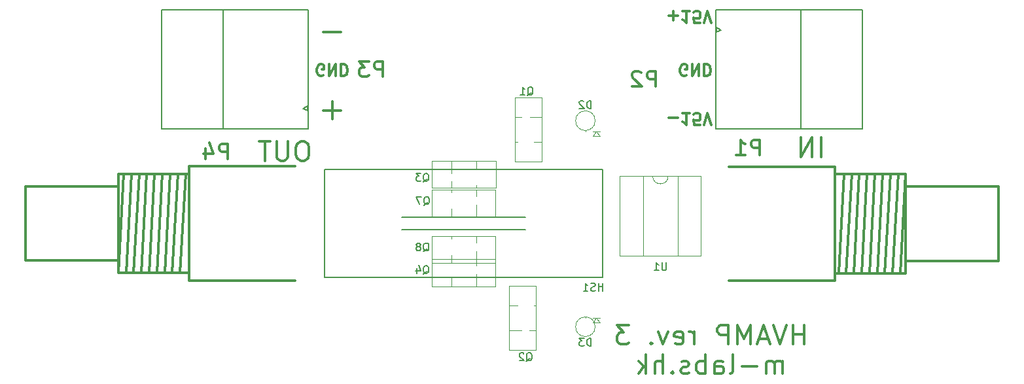
<source format=gbo>
G04 #@! TF.FileFunction,Legend,Bot*
%FSLAX46Y46*%
G04 Gerber Fmt 4.6, Leading zero omitted, Abs format (unit mm)*
G04 Created by KiCad (PCBNEW 4.0.2-stable) date 29/12/2017 06:51:54*
%MOMM*%
G01*
G04 APERTURE LIST*
%ADD10C,0.100000*%
%ADD11C,0.300000*%
%ADD12C,0.150000*%
%ADD13C,0.120000*%
G04 APERTURE END LIST*
D10*
D11*
X121031143Y-73140000D02*
X120888286Y-73211429D01*
X120674000Y-73211429D01*
X120459715Y-73140000D01*
X120316857Y-72997143D01*
X120245429Y-72854286D01*
X120174000Y-72568571D01*
X120174000Y-72354286D01*
X120245429Y-72068571D01*
X120316857Y-71925714D01*
X120459715Y-71782857D01*
X120674000Y-71711429D01*
X120816857Y-71711429D01*
X121031143Y-71782857D01*
X121102572Y-71854286D01*
X121102572Y-72354286D01*
X120816857Y-72354286D01*
X121745429Y-71711429D02*
X121745429Y-73211429D01*
X122602572Y-71711429D01*
X122602572Y-73211429D01*
X123316858Y-71711429D02*
X123316858Y-73211429D01*
X123674001Y-73211429D01*
X123888286Y-73140000D01*
X124031144Y-72997143D01*
X124102572Y-72854286D01*
X124174001Y-72568571D01*
X124174001Y-72354286D01*
X124102572Y-72068571D01*
X124031144Y-71925714D01*
X123888286Y-71782857D01*
X123674001Y-71711429D01*
X123316858Y-71711429D01*
X121031143Y-67524286D02*
X123316857Y-67524286D01*
X121031143Y-77684286D02*
X123316857Y-77684286D01*
X122174000Y-78827143D02*
X122174000Y-76541429D01*
X183219809Y-107942952D02*
X183219809Y-105442952D01*
X183219809Y-106633429D02*
X181791237Y-106633429D01*
X181791237Y-107942952D02*
X181791237Y-105442952D01*
X180957904Y-105442952D02*
X180124570Y-107942952D01*
X179291237Y-105442952D01*
X178576952Y-107228667D02*
X177386475Y-107228667D01*
X178815047Y-107942952D02*
X177981713Y-105442952D01*
X177148380Y-107942952D01*
X176315047Y-107942952D02*
X176315047Y-105442952D01*
X175481714Y-107228667D01*
X174648380Y-105442952D01*
X174648380Y-107942952D01*
X173457904Y-107942952D02*
X173457904Y-105442952D01*
X172505523Y-105442952D01*
X172267428Y-105562000D01*
X172148380Y-105681048D01*
X172029332Y-105919143D01*
X172029332Y-106276286D01*
X172148380Y-106514381D01*
X172267428Y-106633429D01*
X172505523Y-106752476D01*
X173457904Y-106752476D01*
X169053142Y-107942952D02*
X169053142Y-106276286D01*
X169053142Y-106752476D02*
X168934094Y-106514381D01*
X168815047Y-106395333D01*
X168576951Y-106276286D01*
X168338856Y-106276286D01*
X166553142Y-107823905D02*
X166791237Y-107942952D01*
X167267428Y-107942952D01*
X167505523Y-107823905D01*
X167624571Y-107585810D01*
X167624571Y-106633429D01*
X167505523Y-106395333D01*
X167267428Y-106276286D01*
X166791237Y-106276286D01*
X166553142Y-106395333D01*
X166434094Y-106633429D01*
X166434094Y-106871524D01*
X167624571Y-107109619D01*
X165600761Y-106276286D02*
X165005523Y-107942952D01*
X164410285Y-106276286D01*
X163457904Y-107704857D02*
X163338856Y-107823905D01*
X163457904Y-107942952D01*
X163576952Y-107823905D01*
X163457904Y-107704857D01*
X163457904Y-107942952D01*
X160600761Y-105442952D02*
X159053142Y-105442952D01*
X159886475Y-106395333D01*
X159529333Y-106395333D01*
X159291237Y-106514381D01*
X159172190Y-106633429D01*
X159053142Y-106871524D01*
X159053142Y-107466762D01*
X159172190Y-107704857D01*
X159291237Y-107823905D01*
X159529333Y-107942952D01*
X160243618Y-107942952D01*
X160481714Y-107823905D01*
X160600761Y-107704857D01*
X180481715Y-111742952D02*
X180481715Y-110076286D01*
X180481715Y-110314381D02*
X180362667Y-110195333D01*
X180124572Y-110076286D01*
X179767429Y-110076286D01*
X179529334Y-110195333D01*
X179410286Y-110433429D01*
X179410286Y-111742952D01*
X179410286Y-110433429D02*
X179291239Y-110195333D01*
X179053143Y-110076286D01*
X178696001Y-110076286D01*
X178457905Y-110195333D01*
X178338858Y-110433429D01*
X178338858Y-111742952D01*
X177148382Y-110790571D02*
X175243620Y-110790571D01*
X173696001Y-111742952D02*
X173934096Y-111623905D01*
X174053144Y-111385810D01*
X174053144Y-109242952D01*
X171672191Y-111742952D02*
X171672191Y-110433429D01*
X171791239Y-110195333D01*
X172029334Y-110076286D01*
X172505525Y-110076286D01*
X172743620Y-110195333D01*
X171672191Y-111623905D02*
X171910287Y-111742952D01*
X172505525Y-111742952D01*
X172743620Y-111623905D01*
X172862668Y-111385810D01*
X172862668Y-111147714D01*
X172743620Y-110909619D01*
X172505525Y-110790571D01*
X171910287Y-110790571D01*
X171672191Y-110671524D01*
X170481715Y-111742952D02*
X170481715Y-109242952D01*
X170481715Y-110195333D02*
X170243620Y-110076286D01*
X169767429Y-110076286D01*
X169529334Y-110195333D01*
X169410286Y-110314381D01*
X169291239Y-110552476D01*
X169291239Y-111266762D01*
X169410286Y-111504857D01*
X169529334Y-111623905D01*
X169767429Y-111742952D01*
X170243620Y-111742952D01*
X170481715Y-111623905D01*
X168338858Y-111623905D02*
X168100762Y-111742952D01*
X167624572Y-111742952D01*
X167386477Y-111623905D01*
X167267429Y-111385810D01*
X167267429Y-111266762D01*
X167386477Y-111028667D01*
X167624572Y-110909619D01*
X167981715Y-110909619D01*
X168219810Y-110790571D01*
X168338858Y-110552476D01*
X168338858Y-110433429D01*
X168219810Y-110195333D01*
X167981715Y-110076286D01*
X167624572Y-110076286D01*
X167386477Y-110195333D01*
X166196000Y-111504857D02*
X166076952Y-111623905D01*
X166196000Y-111742952D01*
X166315048Y-111623905D01*
X166196000Y-111504857D01*
X166196000Y-111742952D01*
X165005524Y-111742952D02*
X165005524Y-109242952D01*
X163934095Y-111742952D02*
X163934095Y-110433429D01*
X164053143Y-110195333D01*
X164291238Y-110076286D01*
X164648381Y-110076286D01*
X164886476Y-110195333D01*
X165005524Y-110314381D01*
X162743619Y-111742952D02*
X162743619Y-109242952D01*
X162505524Y-110790571D02*
X161791238Y-111742952D01*
X161791238Y-110076286D02*
X162743619Y-111028667D01*
X168021143Y-73140000D02*
X167878286Y-73211429D01*
X167664000Y-73211429D01*
X167449715Y-73140000D01*
X167306857Y-72997143D01*
X167235429Y-72854286D01*
X167164000Y-72568571D01*
X167164000Y-72354286D01*
X167235429Y-72068571D01*
X167306857Y-71925714D01*
X167449715Y-71782857D01*
X167664000Y-71711429D01*
X167806857Y-71711429D01*
X168021143Y-71782857D01*
X168092572Y-71854286D01*
X168092572Y-72354286D01*
X167806857Y-72354286D01*
X168735429Y-71711429D02*
X168735429Y-73211429D01*
X169592572Y-71711429D01*
X169592572Y-73211429D01*
X170306858Y-71711429D02*
X170306858Y-73211429D01*
X170664001Y-73211429D01*
X170878286Y-73140000D01*
X171021144Y-72997143D01*
X171092572Y-72854286D01*
X171164001Y-72568571D01*
X171164001Y-72354286D01*
X171092572Y-72068571D01*
X171021144Y-71925714D01*
X170878286Y-71782857D01*
X170664001Y-71711429D01*
X170306858Y-71711429D01*
X165759144Y-78632857D02*
X166902001Y-78632857D01*
X168402001Y-78061429D02*
X167544858Y-78061429D01*
X167973430Y-78061429D02*
X167973430Y-79561429D01*
X167830573Y-79347143D01*
X167687715Y-79204286D01*
X167544858Y-79132857D01*
X169759144Y-79561429D02*
X169044858Y-79561429D01*
X168973429Y-78847143D01*
X169044858Y-78918571D01*
X169187715Y-78990000D01*
X169544858Y-78990000D01*
X169687715Y-78918571D01*
X169759144Y-78847143D01*
X169830572Y-78704286D01*
X169830572Y-78347143D01*
X169759144Y-78204286D01*
X169687715Y-78132857D01*
X169544858Y-78061429D01*
X169187715Y-78061429D01*
X169044858Y-78132857D01*
X168973429Y-78204286D01*
X170259143Y-79561429D02*
X170759143Y-78061429D01*
X171259143Y-79561429D01*
X165759144Y-65424857D02*
X166902001Y-65424857D01*
X166330572Y-64853429D02*
X166330572Y-65996286D01*
X168402001Y-64853429D02*
X167544858Y-64853429D01*
X167973430Y-64853429D02*
X167973430Y-66353429D01*
X167830573Y-66139143D01*
X167687715Y-65996286D01*
X167544858Y-65924857D01*
X169759144Y-66353429D02*
X169044858Y-66353429D01*
X168973429Y-65639143D01*
X169044858Y-65710571D01*
X169187715Y-65782000D01*
X169544858Y-65782000D01*
X169687715Y-65710571D01*
X169759144Y-65639143D01*
X169830572Y-65496286D01*
X169830572Y-65139143D01*
X169759144Y-64996286D01*
X169687715Y-64924857D01*
X169544858Y-64853429D01*
X169187715Y-64853429D01*
X169044858Y-64924857D01*
X168973429Y-64996286D01*
X170259143Y-66353429D02*
X170759143Y-64853429D01*
X171259143Y-66353429D01*
X185459524Y-83680952D02*
X185459524Y-81180952D01*
X184269048Y-83680952D02*
X184269048Y-81180952D01*
X182840476Y-83680952D01*
X182840476Y-81180952D01*
X118578000Y-81688952D02*
X118101810Y-81688952D01*
X117863715Y-81808000D01*
X117625619Y-82046095D01*
X117506572Y-82522286D01*
X117506572Y-83355619D01*
X117625619Y-83831810D01*
X117863715Y-84069905D01*
X118101810Y-84188952D01*
X118578000Y-84188952D01*
X118816096Y-84069905D01*
X119054191Y-83831810D01*
X119173239Y-83355619D01*
X119173239Y-82522286D01*
X119054191Y-82046095D01*
X118816096Y-81808000D01*
X118578000Y-81688952D01*
X116435143Y-81688952D02*
X116435143Y-83712762D01*
X116316095Y-83950857D01*
X116197048Y-84069905D01*
X115958952Y-84188952D01*
X115482762Y-84188952D01*
X115244667Y-84069905D01*
X115125619Y-83950857D01*
X115006571Y-83712762D01*
X115006571Y-81688952D01*
X114173238Y-81688952D02*
X112744666Y-81688952D01*
X113458952Y-84188952D02*
X113458952Y-81688952D01*
D12*
X121202000Y-85316000D02*
X157202000Y-85316000D01*
X121202000Y-99316000D02*
X157202000Y-99316000D01*
X157202000Y-99316000D02*
X157202000Y-85316000D01*
X121202000Y-99316000D02*
X121202000Y-85316000D01*
X131202000Y-93116000D02*
X147202000Y-93116000D01*
X131202000Y-91516000D02*
X147202000Y-91516000D01*
D11*
X102502000Y-98716000D02*
X103202000Y-85916000D01*
X98502000Y-98716000D02*
X99202000Y-85916000D01*
X99502000Y-98716000D02*
X100202000Y-85916000D01*
X101502000Y-98716000D02*
X102202000Y-85916000D01*
X100502000Y-98716000D02*
X101202000Y-85916000D01*
X96502000Y-98716000D02*
X97202000Y-85916000D01*
X97502000Y-98716000D02*
X98202000Y-85916000D01*
X95502000Y-98716000D02*
X96202000Y-85916000D01*
X94502000Y-98716000D02*
X95202000Y-85916000D01*
X94502000Y-85916000D02*
X103702000Y-85916000D01*
X94502000Y-98716000D02*
X103702000Y-98716000D01*
X82502000Y-87516000D02*
X94502000Y-87516000D01*
X82502000Y-97116000D02*
X94502000Y-97116000D01*
X82502000Y-97116000D02*
X82502000Y-87516000D01*
X94502000Y-98716000D02*
X94502000Y-85916000D01*
X103702000Y-84916000D02*
X117402000Y-84916000D01*
X117402000Y-99716000D02*
X103702000Y-99716000D01*
X103702000Y-99716000D02*
X103702000Y-84916000D01*
D13*
X163655500Y-86173000D02*
G75*
G03X165655500Y-86173000I1000000J0D01*
G01*
X165655500Y-86173000D02*
X166905500Y-86173000D01*
X166905500Y-86173000D02*
X166905500Y-96453000D01*
X166905500Y-96453000D02*
X162405500Y-96453000D01*
X162405500Y-96453000D02*
X162405500Y-86173000D01*
X162405500Y-86173000D02*
X163655500Y-86173000D01*
X169905500Y-86113000D02*
X169905500Y-96513000D01*
X169905500Y-96513000D02*
X159405500Y-96513000D01*
X159405500Y-96513000D02*
X159405500Y-86113000D01*
X159405500Y-86113000D02*
X169905500Y-86113000D01*
D11*
X188402000Y-85929000D02*
X187702000Y-98729000D01*
X192402000Y-85929000D02*
X191702000Y-98729000D01*
X191402000Y-85929000D02*
X190702000Y-98729000D01*
X189402000Y-85929000D02*
X188702000Y-98729000D01*
X190402000Y-85929000D02*
X189702000Y-98729000D01*
X194402000Y-85929000D02*
X193702000Y-98729000D01*
X193402000Y-85929000D02*
X192702000Y-98729000D01*
X195402000Y-85929000D02*
X194702000Y-98729000D01*
X196402000Y-85929000D02*
X195702000Y-98729000D01*
X196402000Y-98729000D02*
X187202000Y-98729000D01*
X196402000Y-85929000D02*
X187202000Y-85929000D01*
X208402000Y-97129000D02*
X196402000Y-97129000D01*
X208402000Y-87529000D02*
X196402000Y-87529000D01*
X208402000Y-87529000D02*
X208402000Y-97129000D01*
X196402000Y-85929000D02*
X196402000Y-98729000D01*
X187202000Y-99729000D02*
X173502000Y-99729000D01*
X173502000Y-84929000D02*
X187202000Y-84929000D01*
X187202000Y-84929000D02*
X187202000Y-99729000D01*
D12*
X171815500Y-64626500D02*
X190815500Y-64626500D01*
X190815500Y-64626500D02*
X190815500Y-80026500D01*
X190815500Y-80026500D02*
X171815500Y-80026500D01*
X171815500Y-64626500D02*
X171815500Y-80026500D01*
X182815500Y-64626500D02*
X182815500Y-80026500D01*
X172515500Y-67246500D02*
X171915500Y-67546500D01*
X171915500Y-67546500D02*
X171915500Y-66946500D01*
X171915500Y-66946500D02*
X172515500Y-67246500D01*
X119078000Y-80026000D02*
X100078000Y-80026000D01*
X100078000Y-80026000D02*
X100078000Y-64626000D01*
X100078000Y-64626000D02*
X119078000Y-64626000D01*
X119078000Y-80026000D02*
X119078000Y-64626000D01*
X108078000Y-80026000D02*
X108078000Y-64626000D01*
X118378000Y-77406000D02*
X118978000Y-77106000D01*
X118978000Y-77106000D02*
X118978000Y-77706000D01*
X118978000Y-77706000D02*
X118378000Y-77406000D01*
D13*
X135082000Y-91436000D02*
X143322000Y-91436000D01*
X135082000Y-87946000D02*
X143322000Y-87946000D01*
X135082000Y-91436000D02*
X135082000Y-87946000D01*
X143322000Y-91436000D02*
X143322000Y-87946000D01*
X137602000Y-91436000D02*
X137602000Y-90366000D01*
X137602000Y-88266000D02*
X137602000Y-87946000D01*
X140803000Y-91436000D02*
X140803000Y-89856000D01*
X140803000Y-88776000D02*
X140803000Y-87946000D01*
X135082000Y-97436000D02*
X143322000Y-97436000D01*
X135082000Y-93946000D02*
X143322000Y-93946000D01*
X135082000Y-97436000D02*
X135082000Y-93946000D01*
X143322000Y-97436000D02*
X143322000Y-93946000D01*
X137602000Y-97436000D02*
X137602000Y-96366000D01*
X137602000Y-94266000D02*
X137602000Y-93946000D01*
X140803000Y-97436000D02*
X140803000Y-95856000D01*
X140803000Y-94776000D02*
X140803000Y-93946000D01*
X143337400Y-84196000D02*
X135097400Y-84196000D01*
X143337400Y-87686000D02*
X135097400Y-87686000D01*
X143337400Y-84196000D02*
X143337400Y-87686000D01*
X135097400Y-84196000D02*
X135097400Y-87686000D01*
X140817400Y-84196000D02*
X140817400Y-85266000D01*
X140817400Y-87366000D02*
X140817400Y-87686000D01*
X137616400Y-84196000D02*
X137616400Y-85776000D01*
X137616400Y-86856000D02*
X137616400Y-87686000D01*
X135082000Y-100436000D02*
X143322000Y-100436000D01*
X135082000Y-96946000D02*
X143322000Y-96946000D01*
X135082000Y-100436000D02*
X135082000Y-96946000D01*
X143322000Y-100436000D02*
X143322000Y-96946000D01*
X137602000Y-100436000D02*
X137602000Y-99366000D01*
X137602000Y-97266000D02*
X137602000Y-96946000D01*
X140803000Y-100436000D02*
X140803000Y-98856000D01*
X140803000Y-97776000D02*
X140803000Y-96946000D01*
X149322000Y-84257000D02*
X149322000Y-76017000D01*
X145832000Y-84257000D02*
X145832000Y-76017000D01*
X149322000Y-84257000D02*
X145832000Y-84257000D01*
X149322000Y-76017000D02*
X145832000Y-76017000D01*
X149322000Y-81737000D02*
X148252000Y-81737000D01*
X146152000Y-81737000D02*
X145832000Y-81737000D01*
X149322000Y-78536000D02*
X147742000Y-78536000D01*
X146662000Y-78536000D02*
X145832000Y-78536000D01*
X145073000Y-100401000D02*
X145073000Y-108641000D01*
X148563000Y-100401000D02*
X148563000Y-108641000D01*
X145073000Y-100401000D02*
X148563000Y-100401000D01*
X145073000Y-108641000D02*
X148563000Y-108641000D01*
X145073000Y-102921000D02*
X146143000Y-102921000D01*
X148243000Y-102921000D02*
X148563000Y-102921000D01*
X145073000Y-106122000D02*
X146653000Y-106122000D01*
X147733000Y-106122000D02*
X148563000Y-106122000D01*
X154940000Y-80260371D02*
X154940000Y-80434000D01*
X155920000Y-80391000D02*
X156809000Y-80391000D01*
X156364500Y-80391000D02*
X155920000Y-80983667D01*
X155920000Y-80983667D02*
X156809000Y-80983667D01*
X156809000Y-80983667D02*
X156364500Y-80391000D01*
X156206371Y-78994000D02*
G75*
G03X156206371Y-78994000I-1266371J0D01*
G01*
X154940000Y-104390371D02*
X154940000Y-104564000D01*
X155920000Y-104521000D02*
X156809000Y-104521000D01*
X156364500Y-104521000D02*
X155920000Y-105113667D01*
X155920000Y-105113667D02*
X156809000Y-105113667D01*
X156809000Y-105113667D02*
X156364500Y-104521000D01*
X156206371Y-105664000D02*
G75*
G03X156206371Y-105664000I-1266371J0D01*
G01*
D12*
X157204095Y-101023381D02*
X157204095Y-100023381D01*
X157204095Y-100499571D02*
X156632666Y-100499571D01*
X156632666Y-101023381D02*
X156632666Y-100023381D01*
X156204095Y-100975762D02*
X156061238Y-101023381D01*
X155823142Y-101023381D01*
X155727904Y-100975762D01*
X155680285Y-100928143D01*
X155632666Y-100832905D01*
X155632666Y-100737667D01*
X155680285Y-100642429D01*
X155727904Y-100594810D01*
X155823142Y-100547190D01*
X156013619Y-100499571D01*
X156108857Y-100451952D01*
X156156476Y-100404333D01*
X156204095Y-100309095D01*
X156204095Y-100213857D01*
X156156476Y-100118619D01*
X156108857Y-100071000D01*
X156013619Y-100023381D01*
X155775523Y-100023381D01*
X155632666Y-100071000D01*
X154680285Y-101023381D02*
X155251714Y-101023381D01*
X154966000Y-101023381D02*
X154966000Y-100023381D01*
X155061238Y-100166238D01*
X155156476Y-100261476D01*
X155251714Y-100309095D01*
D11*
X108664191Y-83962762D02*
X108664191Y-81962762D01*
X107902286Y-81962762D01*
X107711810Y-82058000D01*
X107616571Y-82153238D01*
X107521333Y-82343714D01*
X107521333Y-82629429D01*
X107616571Y-82819905D01*
X107711810Y-82915143D01*
X107902286Y-83010381D01*
X108664191Y-83010381D01*
X105807048Y-82629429D02*
X105807048Y-83962762D01*
X106283238Y-81867524D02*
X106759429Y-83296095D01*
X105521333Y-83296095D01*
D12*
X165417405Y-97369381D02*
X165417405Y-98178905D01*
X165369786Y-98274143D01*
X165322167Y-98321762D01*
X165226929Y-98369381D01*
X165036452Y-98369381D01*
X164941214Y-98321762D01*
X164893595Y-98274143D01*
X164845976Y-98178905D01*
X164845976Y-97369381D01*
X163845976Y-98369381D02*
X164417405Y-98369381D01*
X164131691Y-98369381D02*
X164131691Y-97369381D01*
X164226929Y-97512238D01*
X164322167Y-97607476D01*
X164417405Y-97655095D01*
D11*
X177498191Y-83454762D02*
X177498191Y-81454762D01*
X176736286Y-81454762D01*
X176545810Y-81550000D01*
X176450571Y-81645238D01*
X176355333Y-81835714D01*
X176355333Y-82121429D01*
X176450571Y-82311905D01*
X176545810Y-82407143D01*
X176736286Y-82502381D01*
X177498191Y-82502381D01*
X174450571Y-83454762D02*
X175593429Y-83454762D01*
X175022000Y-83454762D02*
X175022000Y-81454762D01*
X175212476Y-81740476D01*
X175402952Y-81930952D01*
X175593429Y-82026190D01*
X164036191Y-74564762D02*
X164036191Y-72564762D01*
X163274286Y-72564762D01*
X163083810Y-72660000D01*
X162988571Y-72755238D01*
X162893333Y-72945714D01*
X162893333Y-73231429D01*
X162988571Y-73421905D01*
X163083810Y-73517143D01*
X163274286Y-73612381D01*
X164036191Y-73612381D01*
X162131429Y-72755238D02*
X162036191Y-72660000D01*
X161845714Y-72564762D01*
X161369524Y-72564762D01*
X161179048Y-72660000D01*
X161083810Y-72755238D01*
X160988571Y-72945714D01*
X160988571Y-73136190D01*
X161083810Y-73421905D01*
X162226667Y-74564762D01*
X160988571Y-74564762D01*
X128730191Y-73294762D02*
X128730191Y-71294762D01*
X127968286Y-71294762D01*
X127777810Y-71390000D01*
X127682571Y-71485238D01*
X127587333Y-71675714D01*
X127587333Y-71961429D01*
X127682571Y-72151905D01*
X127777810Y-72247143D01*
X127968286Y-72342381D01*
X128730191Y-72342381D01*
X126920667Y-71294762D02*
X125682571Y-71294762D01*
X126349238Y-72056667D01*
X126063524Y-72056667D01*
X125873048Y-72151905D01*
X125777810Y-72247143D01*
X125682571Y-72437619D01*
X125682571Y-72913810D01*
X125777810Y-73104286D01*
X125873048Y-73199524D01*
X126063524Y-73294762D01*
X126634952Y-73294762D01*
X126825429Y-73199524D01*
X126920667Y-73104286D01*
D12*
X134026738Y-89927119D02*
X134121976Y-89879500D01*
X134217214Y-89784262D01*
X134360071Y-89641405D01*
X134455310Y-89593786D01*
X134550548Y-89593786D01*
X134502929Y-89831881D02*
X134598167Y-89784262D01*
X134693405Y-89689024D01*
X134741024Y-89498548D01*
X134741024Y-89165214D01*
X134693405Y-88974738D01*
X134598167Y-88879500D01*
X134502929Y-88831881D01*
X134312452Y-88831881D01*
X134217214Y-88879500D01*
X134121976Y-88974738D01*
X134074357Y-89165214D01*
X134074357Y-89498548D01*
X134121976Y-89689024D01*
X134217214Y-89784262D01*
X134312452Y-89831881D01*
X134502929Y-89831881D01*
X133741024Y-88831881D02*
X133074357Y-88831881D01*
X133502929Y-89831881D01*
X133963238Y-95927119D02*
X134058476Y-95879500D01*
X134153714Y-95784262D01*
X134296571Y-95641405D01*
X134391810Y-95593786D01*
X134487048Y-95593786D01*
X134439429Y-95831881D02*
X134534667Y-95784262D01*
X134629905Y-95689024D01*
X134677524Y-95498548D01*
X134677524Y-95165214D01*
X134629905Y-94974738D01*
X134534667Y-94879500D01*
X134439429Y-94831881D01*
X134248952Y-94831881D01*
X134153714Y-94879500D01*
X134058476Y-94974738D01*
X134010857Y-95165214D01*
X134010857Y-95498548D01*
X134058476Y-95689024D01*
X134153714Y-95784262D01*
X134248952Y-95831881D01*
X134439429Y-95831881D01*
X133439429Y-95260452D02*
X133534667Y-95212833D01*
X133582286Y-95165214D01*
X133629905Y-95069976D01*
X133629905Y-95022357D01*
X133582286Y-94927119D01*
X133534667Y-94879500D01*
X133439429Y-94831881D01*
X133248952Y-94831881D01*
X133153714Y-94879500D01*
X133106095Y-94927119D01*
X133058476Y-95022357D01*
X133058476Y-95069976D01*
X133106095Y-95165214D01*
X133153714Y-95212833D01*
X133248952Y-95260452D01*
X133439429Y-95260452D01*
X133534667Y-95308071D01*
X133582286Y-95355690D01*
X133629905Y-95450929D01*
X133629905Y-95641405D01*
X133582286Y-95736643D01*
X133534667Y-95784262D01*
X133439429Y-95831881D01*
X133248952Y-95831881D01*
X133153714Y-95784262D01*
X133106095Y-95736643D01*
X133058476Y-95641405D01*
X133058476Y-95450929D01*
X133106095Y-95355690D01*
X133153714Y-95308071D01*
X133248952Y-95260452D01*
X133953238Y-86907619D02*
X134048476Y-86860000D01*
X134143714Y-86764762D01*
X134286571Y-86621905D01*
X134381810Y-86574286D01*
X134477048Y-86574286D01*
X134429429Y-86812381D02*
X134524667Y-86764762D01*
X134619905Y-86669524D01*
X134667524Y-86479048D01*
X134667524Y-86145714D01*
X134619905Y-85955238D01*
X134524667Y-85860000D01*
X134429429Y-85812381D01*
X134238952Y-85812381D01*
X134143714Y-85860000D01*
X134048476Y-85955238D01*
X134000857Y-86145714D01*
X134000857Y-86479048D01*
X134048476Y-86669524D01*
X134143714Y-86764762D01*
X134238952Y-86812381D01*
X134429429Y-86812381D01*
X133667524Y-85812381D02*
X133048476Y-85812381D01*
X133381810Y-86193333D01*
X133238952Y-86193333D01*
X133143714Y-86240952D01*
X133096095Y-86288571D01*
X133048476Y-86383810D01*
X133048476Y-86621905D01*
X133096095Y-86717143D01*
X133143714Y-86764762D01*
X133238952Y-86812381D01*
X133524667Y-86812381D01*
X133619905Y-86764762D01*
X133667524Y-86717143D01*
X133953238Y-98845619D02*
X134048476Y-98798000D01*
X134143714Y-98702762D01*
X134286571Y-98559905D01*
X134381810Y-98512286D01*
X134477048Y-98512286D01*
X134429429Y-98750381D02*
X134524667Y-98702762D01*
X134619905Y-98607524D01*
X134667524Y-98417048D01*
X134667524Y-98083714D01*
X134619905Y-97893238D01*
X134524667Y-97798000D01*
X134429429Y-97750381D01*
X134238952Y-97750381D01*
X134143714Y-97798000D01*
X134048476Y-97893238D01*
X134000857Y-98083714D01*
X134000857Y-98417048D01*
X134048476Y-98607524D01*
X134143714Y-98702762D01*
X134238952Y-98750381D01*
X134429429Y-98750381D01*
X133143714Y-98083714D02*
X133143714Y-98750381D01*
X133381810Y-97702762D02*
X133619905Y-98417048D01*
X133000857Y-98417048D01*
X147433238Y-75731619D02*
X147528476Y-75684000D01*
X147623714Y-75588762D01*
X147766571Y-75445905D01*
X147861810Y-75398286D01*
X147957048Y-75398286D01*
X147909429Y-75636381D02*
X148004667Y-75588762D01*
X148099905Y-75493524D01*
X148147524Y-75303048D01*
X148147524Y-74969714D01*
X148099905Y-74779238D01*
X148004667Y-74684000D01*
X147909429Y-74636381D01*
X147718952Y-74636381D01*
X147623714Y-74684000D01*
X147528476Y-74779238D01*
X147480857Y-74969714D01*
X147480857Y-75303048D01*
X147528476Y-75493524D01*
X147623714Y-75588762D01*
X147718952Y-75636381D01*
X147909429Y-75636381D01*
X146528476Y-75636381D02*
X147099905Y-75636381D01*
X146814191Y-75636381D02*
X146814191Y-74636381D01*
X146909429Y-74779238D01*
X147004667Y-74874476D01*
X147099905Y-74922095D01*
X147288238Y-110148619D02*
X147383476Y-110101000D01*
X147478714Y-110005762D01*
X147621571Y-109862905D01*
X147716810Y-109815286D01*
X147812048Y-109815286D01*
X147764429Y-110053381D02*
X147859667Y-110005762D01*
X147954905Y-109910524D01*
X148002524Y-109720048D01*
X148002524Y-109386714D01*
X147954905Y-109196238D01*
X147859667Y-109101000D01*
X147764429Y-109053381D01*
X147573952Y-109053381D01*
X147478714Y-109101000D01*
X147383476Y-109196238D01*
X147335857Y-109386714D01*
X147335857Y-109720048D01*
X147383476Y-109910524D01*
X147478714Y-110005762D01*
X147573952Y-110053381D01*
X147764429Y-110053381D01*
X146954905Y-109148619D02*
X146907286Y-109101000D01*
X146812048Y-109053381D01*
X146573952Y-109053381D01*
X146478714Y-109101000D01*
X146431095Y-109148619D01*
X146383476Y-109243857D01*
X146383476Y-109339095D01*
X146431095Y-109481952D01*
X147002524Y-110053381D01*
X146383476Y-110053381D01*
X155678095Y-77414381D02*
X155678095Y-76414381D01*
X155440000Y-76414381D01*
X155297142Y-76462000D01*
X155201904Y-76557238D01*
X155154285Y-76652476D01*
X155106666Y-76842952D01*
X155106666Y-76985810D01*
X155154285Y-77176286D01*
X155201904Y-77271524D01*
X155297142Y-77366762D01*
X155440000Y-77414381D01*
X155678095Y-77414381D01*
X154725714Y-76509619D02*
X154678095Y-76462000D01*
X154582857Y-76414381D01*
X154344761Y-76414381D01*
X154249523Y-76462000D01*
X154201904Y-76509619D01*
X154154285Y-76604857D01*
X154154285Y-76700095D01*
X154201904Y-76842952D01*
X154773333Y-77414381D01*
X154154285Y-77414381D01*
X155678095Y-108148381D02*
X155678095Y-107148381D01*
X155440000Y-107148381D01*
X155297142Y-107196000D01*
X155201904Y-107291238D01*
X155154285Y-107386476D01*
X155106666Y-107576952D01*
X155106666Y-107719810D01*
X155154285Y-107910286D01*
X155201904Y-108005524D01*
X155297142Y-108100762D01*
X155440000Y-108148381D01*
X155678095Y-108148381D01*
X154773333Y-107148381D02*
X154154285Y-107148381D01*
X154487619Y-107529333D01*
X154344761Y-107529333D01*
X154249523Y-107576952D01*
X154201904Y-107624571D01*
X154154285Y-107719810D01*
X154154285Y-107957905D01*
X154201904Y-108053143D01*
X154249523Y-108100762D01*
X154344761Y-108148381D01*
X154630476Y-108148381D01*
X154725714Y-108100762D01*
X154773333Y-108053143D01*
M02*

</source>
